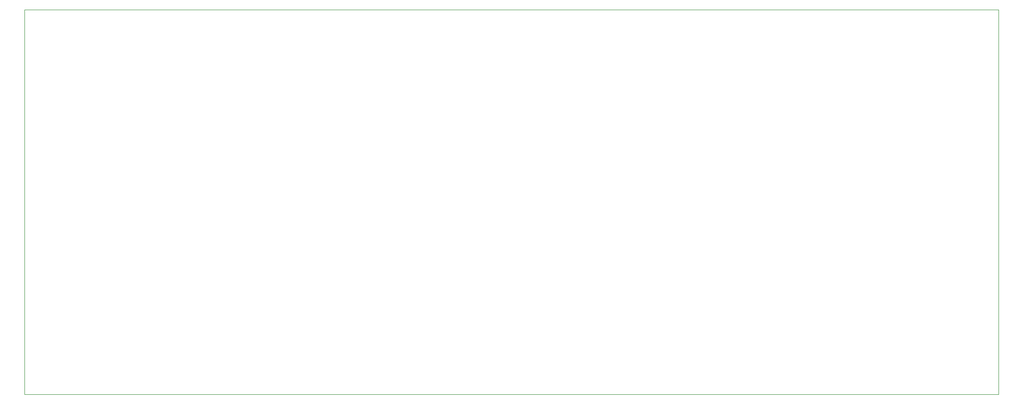
<source format=gm1>
%TF.GenerationSoftware,KiCad,Pcbnew,(5.1.8)-1*%
%TF.CreationDate,2021-03-15T08:23:40+01:00*%
%TF.ProjectId,MeasCard,4d656173-4361-4726-942e-6b696361645f,rev?*%
%TF.SameCoordinates,Original*%
%TF.FileFunction,Profile,NP*%
%FSLAX46Y46*%
G04 Gerber Fmt 4.6, Leading zero omitted, Abs format (unit mm)*
G04 Created by KiCad (PCBNEW (5.1.8)-1) date 2021-03-15 08:23:40*
%MOMM*%
%LPD*%
G01*
G04 APERTURE LIST*
%TA.AperFunction,Profile*%
%ADD10C,0.050000*%
%TD*%
G04 APERTURE END LIST*
D10*
X45974000Y-52324000D02*
X45974000Y-122936000D01*
X224536000Y-52324000D02*
X45974000Y-52324000D01*
X224536000Y-122936000D02*
X224536000Y-52324000D01*
X45974000Y-122936000D02*
X224536000Y-122936000D01*
M02*

</source>
